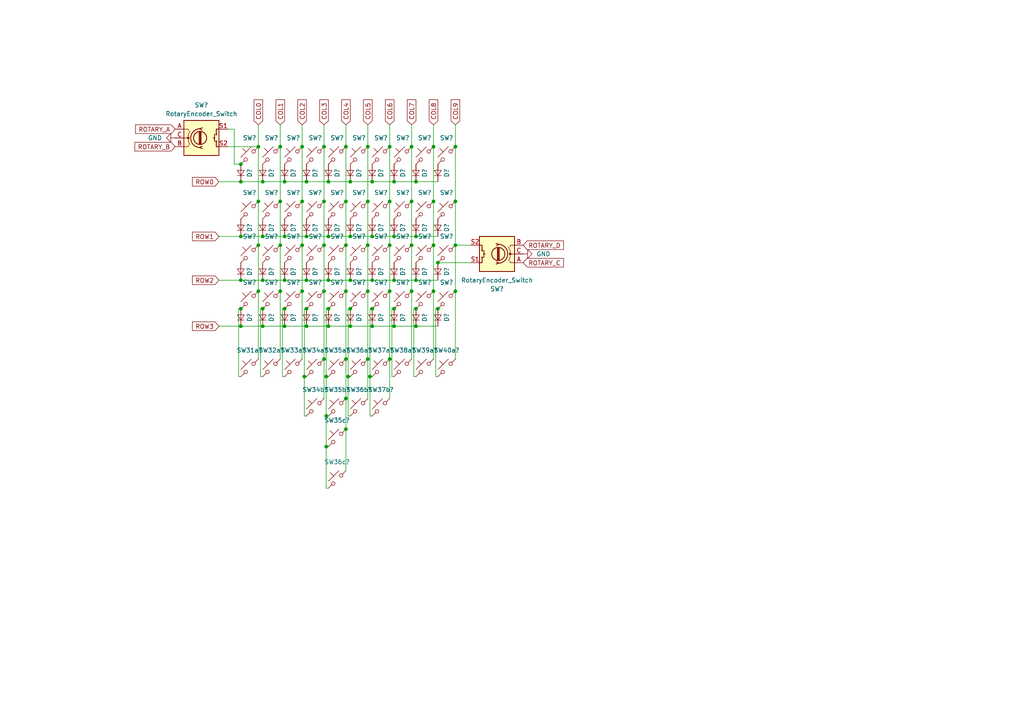
<source format=kicad_sch>
(kicad_sch (version 20230121) (generator eeschema)
  (paper "A4")
  (lib_symbols
    (symbol "ComboDiode:D_Small" (pin_numbers hide) (pin_names (offset 0.254) hide)
      (property "Reference" "D" (at -1.27 2.032 0))
      (property "Value" "D_Small" (at -3.81 -2.032 0))
      (symbol "D_Small_0_1"
        (polyline (pts (xy -0.762 -1.016) (xy -0.762 1.016)))
        (polyline (pts (xy -0.762 0) (xy 0.762 0)))
        (polyline (pts (xy 0.762 -1.016) (xy -0.762 0) (xy 0.762 1.016) (xy 0.762 -1.016)))
      )
      (symbol "D_Small_1_1"
        (pin passive line (at -2.54 0 0) (length 1.778) (name "K") (number "1"))
        (pin passive line (at 2.54 0 180) (length 1.778) (name "A") (number "2"))
      )
    )
    (symbol "Device:RotaryEncoder_Switch" (pin_names (offset 0.254) hide)
      (property "Reference" "SW" (at 0 6.604 0))
      (property "Value" "RotaryEncoder_Switch" (at 0 -6.604 0))
      (symbol "RotaryEncoder_Switch_0_1"
        (rectangle (start -5.08 5.08) (end 5.08 -5.08) (stroke (width 0.254)) (fill (type background)))
        (circle (center -3.81 0) (radius 0.254) (fill (type outline)))
        (circle (center -0.381 0) (radius 1.905) (stroke (width 0.254)))
        (arc (start -0.381 2.667) (mid -3.0988 -0.0635) (end -0.381 -2.794) (stroke (width 0.254)))
        (polyline (pts (xy -0.635 -1.778) (xy -0.635 1.778)) (stroke (width 0.254)))
        (polyline (pts (xy -0.381 -1.778) (xy -0.381 1.778)) (stroke (width 0.254)))
        (polyline (pts (xy -0.127 1.778) (xy -0.127 -1.778)) (stroke (width 0.254)))
        (polyline (pts (xy 3.81 0) (xy 3.429 0)) (stroke (width 0.254)))
        (polyline (pts (xy 3.81 1.016) (xy 3.81 -1.016)) (stroke (width 0.254)))
        (polyline (pts (xy -5.08 -2.54) (xy -3.81 -2.54) (xy -3.81 -2.032)))
        (polyline (pts (xy -5.08 2.54) (xy -3.81 2.54) (xy -3.81 2.032)))
        (polyline (pts (xy 0.254 -3.048) (xy -0.508 -2.794) (xy 0.127 -2.413)) (stroke (width 0.254)))
        (polyline (pts (xy 0.254 2.921) (xy -0.508 2.667) (xy 0.127 2.286)) (stroke (width 0.254)))
        (polyline (pts (xy 5.08 -2.54) (xy 4.318 -2.54) (xy 4.318 -1.016)) (stroke (width 0.254)))
        (polyline (pts (xy 5.08 2.54) (xy 4.318 2.54) (xy 4.318 1.016)) (stroke (width 0.254)))
        (polyline (pts (xy -5.08 0) (xy -3.81 0) (xy -3.81 -1.016) (xy -3.302 -2.032)))
        (polyline (pts (xy -4.318 0) (xy -3.81 0) (xy -3.81 1.016) (xy -3.302 2.032)))
        (circle (center 4.318 -1.016) (radius 0.127) (stroke (width 0.254)))
        (circle (center 4.318 1.016) (radius 0.127) (stroke (width 0.254)))
      )
      (symbol "RotaryEncoder_Switch_1_1"
        (pin passive line (at -7.62 2.54 0) (length 2.54) (name "A") (number "A"))
        (pin passive line (at -7.62 -2.54 0) (length 2.54) (name "B") (number "B"))
        (pin passive line (at -7.62 0 0) (length 2.54) (name "C") (number "C"))
        (pin passive line (at 7.62 2.54 180) (length 2.54) (name "S1") (number "S1"))
        (pin passive line (at 7.62 -2.54 180) (length 2.54) (name "S2") (number "S2"))
      )
    )
    (symbol "Switch:SW_Push_45deg" (pin_numbers hide) (pin_names (offset 1.016) hide)
      (property "Reference" "SW" (at 3.048 1.016 0))
      (property "Value" "SW_Push_45deg" (at 0 -3.81 0))
      (symbol "SW_Push_45deg_0_1"
        (circle (center -1.1684 1.1684) (radius 0.508))
        (polyline (pts (xy -0.508 2.54) (xy 2.54 -0.508)))
        (polyline (pts (xy 1.016 1.016) (xy 2.032 2.032)))
        (polyline (pts (xy -2.54 2.54) (xy -1.524 1.524) (xy -1.524 1.524)))
        (polyline (pts (xy 1.524 -1.524) (xy 2.54 -2.54) (xy 2.54 -2.54) (xy 2.54 -2.54)))
        (circle (center 1.143 -1.1938) (radius 0.508))
        (pin passive line (at -2.54 2.54 0) (length 0) (name "1") (number "1"))
        (pin passive line (at 2.54 -2.54 180) (length 0) (name "2") (number "2"))
      )
    )
    (symbol "power:GND" (power) (pin_names (offset 0))
      (property "Value" "GND" (at 0 -3.81 0))
      (symbol "GND_0_1"
        (polyline (pts (xy 0 0) (xy 0 -1.27) (xy 1.27 -1.27) (xy 0 -2.54) (xy -1.27 -1.27) (xy 0 -1.27)))
      )
      (symbol "GND_1_1"
        (pin power_in line (at 0 0 270) (length 0) hide (name "GND") (number "1"))
      )
    )
  )
  (junction (at 95.25 89.535))
  (junction (at 82.55 89.535))
  (junction (at 93.98 84.455))
  (junction (at 127 76.2))
  (junction (at 76.2 81.28))
  (junction (at 95.25 68.58))
  (junction (at 88.9 94.615))
  (junction (at 127 89.535))
  (junction (at 87.63 71.12))
  (junction (at 101.6 89.535))
  (junction (at 119.38 42.545))
  (junction (at 106.68 104.14))
  (junction (at 120.65 68.58))
  (junction (at 87.63 84.455))
  (junction (at 76.2 68.58))
  (junction (at 100.965 109.22))
  (junction (at 119.38 58.42))
  (junction (at 114.3 89.535))
  (junction (at 114.3 68.58))
  (junction (at 88.265 109.22))
  (junction (at 132.08 84.455))
  (junction (at 132.08 58.42))
  (junction (at 74.93 71.12))
  (junction (at 101.6 94.615))
  (junction (at 114.3 94.615))
  (junction (at 93.98 71.12))
  (junction (at 76.2 94.615))
  (junction (at 81.28 58.42))
  (junction (at 106.68 71.12))
  (junction (at 100.33 42.545))
  (junction (at 120.65 94.615))
  (junction (at 74.93 84.455))
  (junction (at 81.28 42.545))
  (junction (at 114.3 81.28))
  (junction (at 100.33 104.14))
  (junction (at 95.25 81.28))
  (junction (at 82.55 94.615))
  (junction (at 113.03 58.42))
  (junction (at 114.3 52.705))
  (junction (at 107.95 89.535))
  (junction (at 125.73 58.42))
  (junction (at 94.615 129.54))
  (junction (at 107.95 94.615))
  (junction (at 69.85 47.625))
  (junction (at 88.9 89.535))
  (junction (at 69.85 81.28))
  (junction (at 100.33 84.455))
  (junction (at 94.615 120.65))
  (junction (at 101.6 68.58))
  (junction (at 93.98 58.42))
  (junction (at 132.08 42.545))
  (junction (at 106.68 58.42))
  (junction (at 94.615 109.22))
  (junction (at 95.25 94.615))
  (junction (at 106.68 42.545))
  (junction (at 76.2 89.535))
  (junction (at 119.38 71.12))
  (junction (at 113.03 42.545))
  (junction (at 113.03 104.14))
  (junction (at 88.9 68.58))
  (junction (at 93.98 104.14))
  (junction (at 125.73 84.455))
  (junction (at 88.9 81.28))
  (junction (at 120.65 52.705))
  (junction (at 69.85 94.615))
  (junction (at 113.03 71.12))
  (junction (at 132.08 71.12))
  (junction (at 76.2 52.705))
  (junction (at 82.55 68.58))
  (junction (at 100.33 58.42))
  (junction (at 88.9 52.705))
  (junction (at 82.55 81.28))
  (junction (at 101.6 81.28))
  (junction (at 106.68 84.455))
  (junction (at 69.85 68.58))
  (junction (at 107.315 109.22))
  (junction (at 100.33 71.12))
  (junction (at 87.63 42.545))
  (junction (at 87.63 58.42))
  (junction (at 81.28 71.12))
  (junction (at 82.55 52.705))
  (junction (at 93.98 42.545))
  (junction (at 95.25 52.705))
  (junction (at 107.95 68.58))
  (junction (at 74.93 42.545))
  (junction (at 107.95 52.705))
  (junction (at 100.33 115.57))
  (junction (at 101.6 52.705))
  (junction (at 69.85 52.705))
  (junction (at 125.73 42.545))
  (junction (at 119.38 84.455))
  (junction (at 125.73 71.12))
  (junction (at 120.65 81.28))
  (junction (at 69.85 89.535))
  (junction (at 113.03 84.455))
  (junction (at 100.33 124.46))
  (junction (at 74.93 58.42))
  (junction (at 107.95 81.28))
  (junction (at 120.65 89.535))
  (junction (at 81.28 84.455))
  (wire (pts (xy 113.03 58.42) (xy 113.03 42.545)))
  (wire (pts (xy 69.215 89.535) (xy 69.215 109.22)))
  (wire (pts (xy 126.365 89.535) (xy 126.365 109.22)))
  (wire (pts (xy 132.08 36.195) (xy 132.08 42.545)))
  (wire (pts (xy 74.93 84.455) (xy 74.93 104.14)))
  (wire (pts (xy 119.38 84.455) (xy 119.38 104.14)))
  (wire (pts (xy 66.04 42.545) (xy 74.93 42.545)))
  (wire (pts (xy 67.945 47.625) (xy 69.85 47.625)))
  (wire (pts (xy 101.6 81.28) (xy 95.25 81.28)))
  (wire (pts (xy 82.55 52.705) (xy 88.9 52.705)))
  (wire (pts (xy 114.3 81.28) (xy 107.95 81.28)))
  (wire (pts (xy 93.98 71.12) (xy 93.98 84.455)))
  (wire (pts (xy 94.615 120.65) (xy 94.615 129.54)))
  (wire (pts (xy 69.85 94.615) (xy 76.2 94.615)))
  (wire (pts (xy 106.68 84.455) (xy 106.68 104.14)))
  (wire (pts (xy 127 68.58) (xy 120.65 68.58)))
  (wire (pts (xy 87.63 71.12) (xy 87.63 84.455)))
  (wire (pts (xy 106.68 42.545) (xy 106.68 58.42)))
  (wire (pts (xy 94.615 129.54) (xy 94.615 141.605)))
  (wire (pts (xy 95.25 52.705) (xy 101.6 52.705)))
  (wire (pts (xy 107.95 81.28) (xy 101.6 81.28)))
  (wire (pts (xy 120.65 81.28) (xy 114.3 81.28)))
  (wire (pts (xy 93.98 58.42) (xy 93.98 71.12)))
  (wire (pts (xy 94.615 129.54) (xy 95.25 129.54)))
  (wire (pts (xy 63.5 94.615) (xy 69.85 94.615)))
  (wire (pts (xy 127 76.2) (xy 136.525 76.2)))
  (wire (pts (xy 81.28 71.12) (xy 81.28 84.455)))
  (wire (pts (xy 107.95 94.615) (xy 114.3 94.615)))
  (wire (pts (xy 125.73 58.42) (xy 125.73 71.12)))
  (wire (pts (xy 81.28 36.195) (xy 81.28 42.545)))
  (wire (pts (xy 76.2 94.615) (xy 82.55 94.615)))
  (wire (pts (xy 120.015 109.22) (xy 120.65 109.22)))
  (wire (pts (xy 81.28 58.42) (xy 81.28 71.12)))
  (wire (pts (xy 94.615 120.65) (xy 95.25 120.65)))
  (wire (pts (xy 82.55 89.535) (xy 81.915 89.535)))
  (wire (pts (xy 132.08 58.42) (xy 132.08 71.12)))
  (wire (pts (xy 93.98 42.545) (xy 93.98 58.42)))
  (wire (pts (xy 120.65 94.615) (xy 127 94.615)))
  (wire (pts (xy 106.68 58.42) (xy 106.68 71.12)))
  (wire (pts (xy 88.265 120.65) (xy 88.9 120.65)))
  (wire (pts (xy 81.28 42.545) (xy 81.28 58.42)))
  (wire (pts (xy 101.6 89.535) (xy 100.965 89.535)))
  (wire (pts (xy 94.615 89.535) (xy 94.615 109.22)))
  (wire (pts (xy 127 81.28) (xy 120.65 81.28)))
  (wire (pts (xy 113.03 71.12) (xy 113.03 58.42)))
  (wire (pts (xy 126.365 109.22) (xy 127 109.22)))
  (wire (pts (xy 82.55 81.28) (xy 76.2 81.28)))
  (wire (pts (xy 100.33 71.12) (xy 100.33 84.455)))
  (wire (pts (xy 113.665 89.535) (xy 113.665 109.22)))
  (wire (pts (xy 88.9 94.615) (xy 95.25 94.615)))
  (wire (pts (xy 88.265 109.22) (xy 88.265 120.65)))
  (wire (pts (xy 125.73 42.545) (xy 125.73 58.42)))
  (wire (pts (xy 82.55 68.58) (xy 76.2 68.58)))
  (wire (pts (xy 74.93 71.12) (xy 74.93 58.42)))
  (wire (pts (xy 132.08 42.545) (xy 132.08 58.42)))
  (wire (pts (xy 113.03 71.12) (xy 113.03 84.455)))
  (wire (pts (xy 95.25 68.58) (xy 88.9 68.58)))
  (wire (pts (xy 95.25 94.615) (xy 101.6 94.615)))
  (wire (pts (xy 69.85 89.535) (xy 69.215 89.535)))
  (wire (pts (xy 113.665 109.22) (xy 114.3 109.22)))
  (wire (pts (xy 81.915 89.535) (xy 81.915 109.22)))
  (wire (pts (xy 119.38 71.12) (xy 119.38 84.455)))
  (wire (pts (xy 132.08 84.455) (xy 132.08 104.14)))
  (wire (pts (xy 119.38 36.195) (xy 119.38 42.545)))
  (wire (pts (xy 74.93 36.195) (xy 74.93 42.545)))
  (wire (pts (xy 100.33 124.46) (xy 100.33 136.525)))
  (wire (pts (xy 100.33 58.42) (xy 100.33 71.12)))
  (wire (pts (xy 114.3 52.705) (xy 120.65 52.705)))
  (wire (pts (xy 82.55 94.615) (xy 88.9 94.615)))
  (wire (pts (xy 100.965 109.22) (xy 100.965 120.65)))
  (wire (pts (xy 136.525 71.12) (xy 132.08 71.12)))
  (wire (pts (xy 100.33 84.455) (xy 100.33 104.14)))
  (wire (pts (xy 81.915 109.22) (xy 82.55 109.22)))
  (wire (pts (xy 101.6 52.705) (xy 107.95 52.705)))
  (wire (pts (xy 81.28 84.455) (xy 81.28 104.14)))
  (wire (pts (xy 120.65 68.58) (xy 114.3 68.58)))
  (wire (pts (xy 119.38 42.545) (xy 119.38 58.42)))
  (wire (pts (xy 63.5 52.705) (xy 69.85 52.705)))
  (wire (pts (xy 114.3 94.615) (xy 120.65 94.615)))
  (wire (pts (xy 88.9 52.705) (xy 95.25 52.705)))
  (wire (pts (xy 87.63 71.12) (xy 87.63 58.42)))
  (wire (pts (xy 100.965 120.65) (xy 101.6 120.65)))
  (wire (pts (xy 69.85 81.28) (xy 63.5 81.28)))
  (wire (pts (xy 69.85 52.705) (xy 76.2 52.705)))
  (wire (pts (xy 94.615 141.605) (xy 95.25 141.605)))
  (wire (pts (xy 74.93 42.545) (xy 74.93 58.42)))
  (wire (pts (xy 74.93 71.12) (xy 74.93 84.455)))
  (wire (pts (xy 113.03 104.14) (xy 113.03 115.57)))
  (wire (pts (xy 100.33 115.57) (xy 100.33 124.46)))
  (wire (pts (xy 93.98 36.195) (xy 93.98 42.545)))
  (wire (pts (xy 100.33 104.14) (xy 100.33 115.57)))
  (wire (pts (xy 100.33 36.195) (xy 100.33 42.545)))
  (wire (pts (xy 75.565 89.535) (xy 75.565 109.22)))
  (wire (pts (xy 87.63 58.42) (xy 87.63 42.545)))
  (wire (pts (xy 107.95 52.705) (xy 114.3 52.705)))
  (wire (pts (xy 88.265 89.535) (xy 88.265 109.22)))
  (wire (pts (xy 114.3 68.58) (xy 107.95 68.58)))
  (wire (pts (xy 93.98 84.455) (xy 93.98 104.14)))
  (wire (pts (xy 87.63 36.195) (xy 87.63 42.545)))
  (wire (pts (xy 93.98 104.14) (xy 93.98 115.57)))
  (wire (pts (xy 87.63 84.455) (xy 87.63 104.14)))
  (wire (pts (xy 100.33 42.545) (xy 100.33 58.42)))
  (wire (pts (xy 107.95 89.535) (xy 107.315 89.535)))
  (wire (pts (xy 88.9 89.535) (xy 88.265 89.535)))
  (wire (pts (xy 114.3 89.535) (xy 113.665 89.535)))
  (wire (pts (xy 125.73 36.195) (xy 125.73 42.545)))
  (wire (pts (xy 100.965 109.22) (xy 101.6 109.22)))
  (wire (pts (xy 69.215 109.22) (xy 69.85 109.22)))
  (wire (pts (xy 88.9 68.58) (xy 82.55 68.58)))
  (wire (pts (xy 127 89.535) (xy 126.365 89.535)))
  (wire (pts (xy 75.565 109.22) (xy 76.2 109.22)))
  (wire (pts (xy 95.25 89.535) (xy 94.615 89.535)))
  (wire (pts (xy 94.615 109.22) (xy 94.615 120.65)))
  (wire (pts (xy 76.2 68.58) (xy 69.85 68.58)))
  (wire (pts (xy 106.68 71.12) (xy 106.68 84.455)))
  (wire (pts (xy 125.73 84.455) (xy 125.73 104.14)))
  (wire (pts (xy 120.015 89.535) (xy 120.015 109.22)))
  (wire (pts (xy 107.315 120.65) (xy 107.95 120.65)))
  (wire (pts (xy 88.9 81.28) (xy 82.55 81.28)))
  (wire (pts (xy 67.945 37.465) (xy 67.945 47.625)))
  (wire (pts (xy 107.315 89.535) (xy 107.315 109.22)))
  (wire (pts (xy 113.03 84.455) (xy 113.03 104.14)))
  (wire (pts (xy 76.2 89.535) (xy 75.565 89.535)))
  (wire (pts (xy 107.95 68.58) (xy 101.6 68.58)))
  (wire (pts (xy 76.2 52.705) (xy 82.55 52.705)))
  (wire (pts (xy 88.265 109.22) (xy 88.9 109.22)))
  (wire (pts (xy 95.25 81.28) (xy 88.9 81.28)))
  (wire (pts (xy 125.73 71.12) (xy 125.73 84.455)))
  (wire (pts (xy 100.965 89.535) (xy 100.965 109.22)))
  (wire (pts (xy 107.315 109.22) (xy 107.315 120.65)))
  (wire (pts (xy 66.04 37.465) (xy 67.945 37.465)))
  (wire (pts (xy 101.6 68.58) (xy 95.25 68.58)))
  (wire (pts (xy 69.85 68.58) (xy 63.5 68.58)))
  (wire (pts (xy 119.38 58.42) (xy 119.38 71.12)))
  (wire (pts (xy 76.2 81.28) (xy 69.85 81.28)))
  (wire (pts (xy 132.08 71.12) (xy 132.08 84.455)))
  (wire (pts (xy 106.68 104.14) (xy 106.68 115.57)))
  (wire (pts (xy 94.615 109.22) (xy 95.25 109.22)))
  (wire (pts (xy 120.65 52.705) (xy 127 52.705)))
  (wire (pts (xy 113.03 36.195) (xy 113.03 42.545)))
  (wire (pts (xy 106.68 36.195) (xy 106.68 42.545)))
  (wire (pts (xy 101.6 94.615) (xy 107.95 94.615)))
  (wire (pts (xy 120.65 89.535) (xy 120.015 89.535)))
  (wire (pts (xy 107.315 109.22) (xy 107.95 109.22)))
  (global_label "ROTARY_D" (shape input) (at 151.765 71.12 0) (property "Intersheetrefs" "${INTERSHEET_REFS}" (effects hide)))
  (global_label "COL7" (shape input) (at 119.38 36.195 90) (property "Intersheetrefs" "${INTERSHEET_REFS}" (effects hide)))
  (global_label "ROTARY_B" (shape input) (at 50.8 42.545 180) (property "Intersheetrefs" "${INTERSHEET_REFS}" (effects hide)))
  (global_label "COL8" (shape input) (at 125.73 36.195 90) (property "Intersheetrefs" "${INTERSHEET_REFS}" (effects hide)))
  (global_label "ROW3" (shape input) (at 63.5 94.615 180) (property "Intersheetrefs" "${INTERSHEET_REFS}" (effects hide)))
  (global_label "ROW0" (shape input) (at 63.5 52.705 180) (property "Intersheetrefs" "${INTERSHEET_REFS}" (effects hide)))
  (global_label "ROTARY_C" (shape input) (at 151.765 76.2 0) (property "Intersheetrefs" "${INTERSHEET_REFS}" (effects hide)))
  (global_label "COL5" (shape input) (at 106.68 36.195 90) (property "Intersheetrefs" "${INTERSHEET_REFS}" (effects hide)))
  (global_label "COL2" (shape input) (at 87.63 36.195 90) (property "Intersheetrefs" "${INTERSHEET_REFS}" (effects hide)))
  (global_label "ROW2" (shape input) (at 63.5 81.28 180) (property "Intersheetrefs" "${INTERSHEET_REFS}" (effects hide)))
  (global_label "COL4" (shape input) (at 100.33 36.195 90) (property "Intersheetrefs" "${INTERSHEET_REFS}" (effects hide)))
  (global_label "COL6" (shape input) (at 113.03 36.195 90) (property "Intersheetrefs" "${INTERSHEET_REFS}" (effects hide)))
  (global_label "ROW1" (shape input) (at 63.5 68.58 180) (property "Intersheetrefs" "${INTERSHEET_REFS}" (effects hide)))
  (global_label "COL0" (shape input) (at 74.93 36.195 90) (property "Intersheetrefs" "${INTERSHEET_REFS}" (effects hide)))
  (global_label "COL9" (shape input) (at 132.08 36.195 90) (property "Intersheetrefs" "${INTERSHEET_REFS}" (effects hide)))
  (global_label "COL1" (shape input) (at 81.28 36.195 90) (property "Intersheetrefs" "${INTERSHEET_REFS}" (effects hide)))
  (global_label "ROTARY_A" (shape input) (at 50.8 37.465 180) (property "Intersheetrefs" "${INTERSHEET_REFS}" (effects hide)))
  (global_label "COL3" (shape input) (at 93.98 36.195 90) (property "Intersheetrefs" "${INTERSHEET_REFS}" (effects hide)))
  (symbol (lib_id "Switch:SW_Push_45deg") (at 97.79 45.085 0) (mirror y) (unit 1)
    (property "Reference" "SW?" (at 97.79 40.005 0))
    (property "Value" "SW_Push_45deg" (effects hide))
    (property "Footprint" "MX_Only:MXOnly-1U-NoLED" (effects hide))
    (instances (project "Didaktik STEM" (path "" (reference "SW?") (unit 1)) (path "" (reference "SW7") (unit 1))))
  )
  (symbol (lib_id "Switch:SW_Push_45deg") (at 123.19 106.68 0) (mirror y) (unit 1)
    (property "Reference" "SW39a?" (at 123.19 101.6 0))
    (property "Value" "SW_Push_45deg" (effects hide))
    (property "Footprint" "MX_Only:MXOnly-1U-NoLED" (effects hide))
    (instances (project "Didaktik STEM" (path "" (reference "SW39a?") (unit 1)) (path "" (reference "SW39a1") (unit 1))))
  )
  (symbol (lib_id "ComboDiode:D_Small") (at 82.55 92.075 270) (mirror x) (unit 1)
    (property "Reference" "D?" (at 85.09 92.075 0))
    (property "Value" "D_Small" (effects hide))
    (property "Footprint" "Diode_SMD:D_SOD-123F" (effects hide))
    (instances (project "Didaktik STEM" (path "" (reference "D?") (unit 1)) (path "" (reference "D33") (unit 1))))
  )
  (symbol (lib_id "ComboDiode:D_Small") (at 120.65 66.04 270) (mirror x) (unit 1)
    (property "Reference" "D?" (at 123.19 66.04 0))
    (property "Value" "D_Small" (effects hide))
    (property "Footprint" "Diode_SMD:D_SOD-123F" (effects hide))
    (instances (project "Didaktik STEM" (path "" (reference "D?") (unit 1)) (path "" (reference "D19") (unit 1))))
  )
  (symbol (lib_id "Switch:SW_Push_45deg") (at 97.79 127 0) (mirror y) (unit 1)
    (property "Reference" "SW35c?" (at 97.79 121.92 0))
    (property "Value" "SW_Push_45deg" (effects hide))
    (property "Footprint" "MX_Only:MXOnly-6U-Centered-ReversedStabilizers-NoLED" (effects hide))
    (instances (project "Didaktik STEM" (path "" (reference "SW35c?") (unit 1)) (path "" (reference "SW35c1") (unit 1))))
  )
  (symbol (lib_id "Device:RotaryEncoder_Switch") (at 144.145 73.66 180) (unit 1)
    (property "Reference" "SW?" (at 144.145 83.82 0))
    (property "Value" "RotaryEncoder_Switch" (at 144.145 81.28 0))
    (property "Footprint" "Keebio-Parts:RotaryEncoder_EC11-no-legs" (effects hide))
    (instances (project "Didaktik STEM" (path "" (reference "SW?") (unit 1)) (path "" (reference "SW33") (unit 1))))
  )
  (symbol (lib_id "ComboDiode:D_Small") (at 82.55 50.165 270) (mirror x) (unit 1)
    (property "Reference" "D?" (at 85.09 50.165 0))
    (property "Value" "D_Small" (effects hide))
    (property "Footprint" "Diode_SMD:D_SOD-123F" (effects hide))
    (instances (project "Didaktik STEM" (path "" (reference "D?") (unit 1)) (path "" (reference "D3") (unit 1))))
  )
  (symbol (lib_id "ComboDiode:D_Small") (at 82.55 78.74 270) (mirror x) (unit 1)
    (property "Reference" "D?" (at 85.09 78.74 0))
    (property "Value" "D_Small" (effects hide))
    (property "Footprint" "Diode_SMD:D_SOD-123F" (effects hide))
    (instances (project "Didaktik STEM" (path "" (reference "D?") (unit 1)) (path "" (reference "D23") (unit 1))))
  )
  (symbol (lib_id "ComboDiode:D_Small") (at 88.9 50.165 270) (mirror x) (unit 1)
    (property "Reference" "D?" (at 91.44 50.165 0))
    (property "Value" "D_Small" (effects hide))
    (property "Footprint" "Diode_SMD:D_SOD-123F" (effects hide))
    (instances (project "Didaktik STEM" (path "" (reference "D?") (unit 1)) (path "" (reference "D4") (unit 1))))
  )
  (symbol (lib_id "Switch:SW_Push_45deg") (at 129.54 60.96 0) (mirror y) (unit 1)
    (property "Reference" "SW?" (at 129.54 55.88 0))
    (property "Value" "SW_Push_45deg" (effects hide))
    (property "Footprint" "MX_Only:MXOnly-1U-NoLED" (effects hide))
    (instances (project "Didaktik STEM" (path "" (reference "SW?") (unit 1)) (path "" (reference "SW22") (unit 1))))
  )
  (symbol (lib_id "Switch:SW_Push_45deg") (at 123.19 60.96 0) (mirror y) (unit 1)
    (property "Reference" "SW?" (at 123.19 55.88 0))
    (property "Value" "SW_Push_45deg" (effects hide))
    (property "Footprint" "MX_Only:MXOnly-1U-NoLED" (effects hide))
    (instances (project "Didaktik STEM" (path "" (reference "SW?") (unit 1)) (path "" (reference "SW21") (unit 1))))
  )
  (symbol (lib_id "ComboDiode:D_Small") (at 88.9 66.04 270) (mirror x) (unit 1)
    (property "Reference" "D?" (at 91.44 66.04 0))
    (property "Value" "D_Small" (effects hide))
    (property "Footprint" "Diode_SMD:D_SOD-123F" (effects hide))
    (instances (project "Didaktik STEM" (path "" (reference "D?") (unit 1)) (path "" (reference "D14") (unit 1))))
  )
  (symbol (lib_id "Switch:SW_Push_45deg") (at 116.84 86.995 0) (mirror y) (unit 1)
    (property "Reference" "SW?" (at 116.84 81.915 0))
    (property "Value" "SW_Push_45deg" (effects hide))
    (property "Footprint" "MX_Only:MXOnly-1U-NoLED" (effects hide))
    (instances (project "Didaktik STEM" (path "" (reference "SW?") (unit 1)) (path "" (reference "SW41") (unit 1))))
  )
  (symbol (lib_id "ComboDiode:D_Small") (at 76.2 78.74 270) (mirror x) (unit 1)
    (property "Reference" "D?" (at 78.74 78.74 0))
    (property "Value" "D_Small" (effects hide))
    (property "Footprint" "Diode_SMD:D_SOD-123F" (effects hide))
    (instances (project "Didaktik STEM" (path "" (reference "D?") (unit 1)) (path "" (reference "D22") (unit 1))))
  )
  (symbol (lib_id "Switch:SW_Push_45deg") (at 123.19 73.66 0) (mirror y) (unit 1)
    (property "Reference" "SW?" (at 123.19 68.58 0))
    (property "Value" "SW_Push_45deg" (effects hide))
    (property "Footprint" "MX_Only:MXOnly-1U-NoLED" (effects hide))
    (instances (project "Didaktik STEM" (path "" (reference "SW?") (unit 1)) (path "" (reference "SW31") (unit 1))))
  )
  (symbol (lib_id "Switch:SW_Push_45deg") (at 78.74 86.995 0) (mirror y) (unit 1)
    (property "Reference" "SW?" (at 78.74 81.915 0))
    (property "Value" "SW_Push_45deg" (effects hide))
    (property "Footprint" "MX_Only:MXOnly-1U-NoLED" (effects hide))
    (instances (project "Didaktik STEM" (path "" (reference "SW?") (unit 1)) (path "" (reference "SW35") (unit 1))))
  )
  (symbol (lib_id "ComboDiode:D_Small") (at 69.85 92.075 270) (mirror x) (unit 1)
    (property "Reference" "D?" (at 72.39 92.075 0))
    (property "Value" "D_Small" (effects hide))
    (property "Footprint" "Diode_SMD:D_SOD-123F" (effects hide))
    (instances (project "Didaktik STEM" (path "" (reference "D?") (unit 1)) (path "" (reference "D31") (unit 1))))
  )
  (symbol (lib_id "ComboDiode:D_Small") (at 127 66.04 270) (mirror x) (unit 1)
    (property "Reference" "D?" (at 129.54 66.04 0))
    (property "Value" "D_Small" (effects hide))
    (property "Footprint" "Diode_SMD:D_SOD-123F" (effects hide))
    (instances (project "Didaktik STEM" (path "" (reference "D?") (unit 1)) (path "" (reference "D20") (unit 1))))
  )
  (symbol (lib_id "ComboDiode:D_Small") (at 114.3 92.075 270) (mirror x) (unit 1)
    (property "Reference" "D?" (at 116.84 92.075 0))
    (property "Value" "D_Small" (effects hide))
    (property "Footprint" "Diode_SMD:D_SOD-123F" (effects hide))
    (instances (project "Didaktik STEM" (path "" (reference "D?") (unit 1)) (path "" (reference "D38") (unit 1))))
  )
  (symbol (lib_id "ComboDiode:D_Small") (at 127 50.165 270) (mirror x) (unit 1)
    (property "Reference" "D?" (at 129.54 50.165 0))
    (property "Value" "D_Small" (effects hide))
    (property "Footprint" "Diode_SMD:D_SOD-123F" (effects hide))
    (instances (project "Didaktik STEM" (path "" (reference "D?") (unit 1)) (path "" (reference "D10") (unit 1))))
  )
  (symbol (lib_id "Switch:SW_Push_45deg") (at 91.44 73.66 0) (mirror y) (unit 1)
    (property "Reference" "SW?" (at 91.44 68.58 0))
    (property "Value" "SW_Push_45deg" (effects hide))
    (property "Footprint" "MX_Only:MXOnly-1U-NoLED" (effects hide))
    (instances (project "Didaktik STEM" (path "" (reference "SW?") (unit 1)) (path "" (reference "SW26") (unit 1))))
  )
  (symbol (lib_id "power:GND") (at 50.8 40.005 270) (unit 1)
    (property "Reference" "#PWR?" (effects hide))
    (property "Value" "GND" (at 46.99 40.0049 90) (effects (justify right)))
    (instances (project "Didaktik STEM" (path "" (reference "#PWR?") (unit 1)) (path "" (reference "#PWR017") (unit 1))))
  )
  (symbol (lib_id "Switch:SW_Push_45deg") (at 129.54 45.085 0) (mirror y) (unit 1)
    (property "Reference" "SW?" (at 129.54 40.005 0))
    (property "Value" "SW_Push_45deg" (effects hide))
    (property "Footprint" "MX_Only:MXOnly-1U-NoLED" (effects hide))
    (instances (project "Didaktik STEM" (path "" (reference "SW?") (unit 1)) (path "" (reference "SW12") (unit 1))))
  )
  (symbol (lib_id "Switch:SW_Push_45deg") (at 97.79 139.065 0) (mirror y) (unit 1)
    (property "Reference" "SW36c?" (at 97.79 133.985 0))
    (property "Value" "SW_Push_45deg" (effects hide))
    (property "Footprint" "MX_Only:MXOnly-7U-ReversedStabilizers-NoLED" (effects hide))
    (instances (project "Didaktik STEM" (path "" (reference "SW36c?") (unit 1)) (path "" (reference "SW36c1") (unit 1))))
  )
  (symbol (lib_id "ComboDiode:D_Small") (at 101.6 66.04 270) (mirror x) (unit 1)
    (property "Reference" "D?" (at 104.14 66.04 0))
    (property "Value" "D_Small" (effects hide))
    (property "Footprint" "Diode_SMD:D_SOD-123F" (effects hide))
    (instances (project "Didaktik STEM" (path "" (reference "D?") (unit 1)) (path "" (reference "D16") (unit 1))))
  )
  (symbol (lib_id "Switch:SW_Push_45deg") (at 104.14 118.11 0) (mirror y) (unit 1)
    (property "Reference" "SW36b?" (at 104.14 113.03 0))
    (property "Value" "SW_Push_45deg" (effects hide))
    (property "Footprint" "MX_Only:MXOnly-2U-ReversedStabilizers-NoLED" (effects hide))
    (instances (project "Didaktik STEM" (path "" (reference "SW36b?") (unit 1)) (path "" (reference "SW36b1") (unit 1))))
  )
  (symbol (lib_id "Switch:SW_Push_45deg") (at 116.84 45.085 0) (mirror y) (unit 1)
    (property "Reference" "SW?" (at 116.84 40.005 0))
    (property "Value" "SW_Push_45deg" (effects hide))
    (property "Footprint" "MX_Only:MXOnly-1U-NoLED" (effects hide))
    (instances (project "Didaktik STEM" (path "" (reference "SW?") (unit 1)) (path "" (reference "SW10") (unit 1))))
  )
  (symbol (lib_id "ComboDiode:D_Small") (at 88.9 92.075 270) (mirror x) (unit 1)
    (property "Reference" "D?" (at 91.44 92.075 0))
    (property "Value" "D_Small" (effects hide))
    (property "Footprint" "Diode_SMD:D_SOD-123F" (effects hide))
    (instances (project "Didaktik STEM" (path "" (reference "D?") (unit 1)) (path "" (reference "D34") (unit 1))))
  )
  (symbol (lib_id "Switch:SW_Push_45deg") (at 116.84 106.68 0) (mirror y) (unit 1)
    (property "Reference" "SW38a?" (at 116.84 101.6 0))
    (property "Value" "SW_Push_45deg" (effects hide))
    (property "Footprint" "MX_Only:MXOnly-1U-NoLED" (effects hide))
    (instances (project "Didaktik STEM" (path "" (reference "SW38a?") (unit 1)) (path "" (reference "SW38a1") (unit 1))))
  )
  (symbol (lib_id "Switch:SW_Push_45deg") (at 129.54 106.68 0) (mirror y) (unit 1)
    (property "Reference" "SW40a?" (at 129.54 101.6 0))
    (property "Value" "SW_Push_45deg" (effects hide))
    (property "Footprint" "MX_Only:MXOnly-1U-NoLED" (effects hide))
    (instances (project "Didaktik STEM" (path "" (reference "SW40a?") (unit 1)) (path "" (reference "SW40a1") (unit 1))))
  )
  (symbol (lib_id "Switch:SW_Push_45deg") (at 72.39 106.68 0) (mirror y) (unit 1)
    (property "Reference" "SW31a?" (at 72.39 101.6 0))
    (property "Value" "SW_Push_45deg" (effects hide))
    (property "Footprint" "MX_Only:MXOnly-1U-NoLED" (effects hide))
    (instances (project "Didaktik STEM" (path "" (reference "SW31a?") (unit 1)) (path "" (reference "SW31a1") (unit 1))))
  )
  (symbol (lib_id "Switch:SW_Push_45deg") (at 97.79 60.96 0) (mirror y) (unit 1)
    (property "Reference" "SW?" (at 97.79 55.88 0))
    (property "Value" "SW_Push_45deg" (effects hide))
    (property "Footprint" "MX_Only:MXOnly-1U-NoLED" (effects hide))
    (instances (project "Didaktik STEM" (path "" (reference "SW?") (unit 1)) (path "" (reference "SW17") (unit 1))))
  )
  (symbol (lib_id "Switch:SW_Push_45deg") (at 91.44 118.11 0) (mirror y) (unit 1)
    (property "Reference" "SW34b?" (at 91.44 113.03 0))
    (property "Value" "SW_Push_45deg" (effects hide))
    (property "Footprint" "MX_Only:MXOnly-3U-ReversedStabilizers-NoLED" (effects hide))
    (instances (project "Didaktik STEM" (path "" (reference "SW34b?") (unit 1)) (path "" (reference "SW34b1") (unit 1))))
  )
  (symbol (lib_id "Switch:SW_Push_45deg") (at 97.79 73.66 0) (mirror y) (unit 1)
    (property "Reference" "SW?" (at 97.79 68.58 0))
    (property "Value" "SW_Push_45deg" (effects hide))
    (property "Footprint" "MX_Only:MXOnly-1U-NoLED" (effects hide))
    (instances (project "Didaktik STEM" (path "" (reference "SW?") (unit 1)) (path "" (reference "SW27") (unit 1))))
  )
  (symbol (lib_id "ComboDiode:D_Small") (at 95.25 78.74 270) (mirror x) (unit 1)
    (property "Reference" "D?" (at 97.79 78.74 0))
    (property "Value" "D_Small" (effects hide))
    (property "Footprint" "Diode_SMD:D_SOD-123F" (effects hide))
    (instances (project "Didaktik STEM" (path "" (reference "D?") (unit 1)) (path "" (reference "D25") (unit 1))))
  )
  (symbol (lib_id "ComboDiode:D_Small") (at 120.65 92.075 270) (mirror x) (unit 1)
    (property "Reference" "D?" (at 123.19 92.075 0))
    (property "Value" "D_Small" (effects hide))
    (property "Footprint" "Diode_SMD:D_SOD-123F" (effects hide))
    (instances (project "Didaktik STEM" (path "" (reference "D?") (unit 1)) (path "" (reference "D39") (unit 1))))
  )
  (symbol (lib_id "Switch:SW_Push_45deg") (at 72.39 60.96 0) (mirror y) (unit 1)
    (property "Reference" "SW?" (at 72.39 55.88 0))
    (property "Value" "SW_Push_45deg" (effects hide))
    (property "Footprint" "MX_Only:MXOnly-1U-NoLED" (effects hide))
    (instances (project "Didaktik STEM" (path "" (reference "SW?") (unit 1)) (path "" (reference "SW13") (unit 1))))
  )
  (symbol (lib_id "Switch:SW_Push_45deg") (at 85.09 86.995 0) (mirror y) (unit 1)
    (property "Reference" "SW?" (at 85.09 81.915 0))
    (property "Value" "SW_Push_45deg" (effects hide))
    (property "Footprint" "MX_Only:MXOnly-1U-NoLED" (effects hide))
    (instances (project "Didaktik STEM" (path "" (reference "SW?") (unit 1)) (path "" (reference "SW36") (unit 1))))
  )
  (symbol (lib_id "ComboDiode:D_Small") (at 107.95 50.165 270) (mirror x) (unit 1)
    (property "Reference" "D?" (at 110.49 50.165 0))
    (property "Value" "D_Small" (effects hide))
    (property "Footprint" "Diode_SMD:D_SOD-123F" (effects hide))
    (instances (project "Didaktik STEM" (path "" (reference "D?") (unit 1)) (path "" (reference "D7") (unit 1))))
  )
  (symbol (lib_id "ComboDiode:D_Small") (at 88.9 78.74 270) (mirror x) (unit 1)
    (property "Reference" "D?" (at 91.44 78.74 0))
    (property "Value" "D_Small" (effects hide))
    (property "Footprint" "Diode_SMD:D_SOD-123F" (effects hide))
    (instances (project "Didaktik STEM" (path "" (reference "D?") (unit 1)) (path "" (reference "D24") (unit 1))))
  )
  (symbol (lib_id "Switch:SW_Push_45deg") (at 91.44 60.96 0) (mirror y) (unit 1)
    (property "Reference" "SW?" (at 91.44 55.88 0))
    (property "Value" "SW_Push_45deg" (effects hide))
    (property "Footprint" "MX_Only:MXOnly-1U-NoLED" (effects hide))
    (instances (project "Didaktik STEM" (path "" (reference "SW?") (unit 1)) (path "" (reference "SW16") (unit 1))))
  )
  (symbol (lib_id "Switch:SW_Push_45deg") (at 85.09 60.96 0) (mirror y) (unit 1)
    (property "Reference" "SW?" (at 85.09 55.88 0))
    (property "Value" "SW_Push_45deg" (effects hide))
    (property "Footprint" "MX_Only:MXOnly-1U-NoLED" (effects hide))
    (instances (project "Didaktik STEM" (path "" (reference "SW?") (unit 1)) (path "" (reference "SW15") (unit 1))))
  )
  (symbol (lib_id "Switch:SW_Push_45deg") (at 110.49 73.66 0) (mirror y) (unit 1)
    (property "Reference" "SW?" (at 110.49 68.58 0))
    (property "Value" "SW_Push_45deg" (effects hide))
    (property "Footprint" "MX_Only:MXOnly-1U-NoLED" (effects hide))
    (instances (project "Didaktik STEM" (path "" (reference "SW?") (unit 1)) (path "" (reference "SW29") (unit 1))))
  )
  (symbol (lib_id "Device:RotaryEncoder_Switch") (at 58.42 40.005 0) (unit 1)
    (property "Reference" "SW?" (at 58.42 30.48 0))
    (property "Value" "RotaryEncoder_Switch" (at 58.42 33.02 0))
    (property "Footprint" "Keebio-Parts:RotaryEncoder_EC11-no-legs" (effects hide))
    (instances (project "Didaktik STEM" (path "" (reference "SW?") (unit 1)) (path "" (reference "SW2") (unit 1))))
  )
  (symbol (lib_id "Switch:SW_Push_45deg") (at 85.09 106.68 0) (mirror y) (unit 1)
    (property "Reference" "SW33a?" (at 85.09 101.6 0))
    (property "Value" "SW_Push_45deg" (effects hide))
    (property "Footprint" "MX_Only:MXOnly-1U-NoLED" (effects hide))
    (instances (project "Didaktik STEM" (path "" (reference "SW33a?") (unit 1)) (path "" (reference "SW33a1") (unit 1))))
  )
  (symbol (lib_id "Switch:SW_Push_45deg") (at 72.39 45.085 0) (mirror y) (unit 1)
    (property "Reference" "SW?" (at 72.39 40.005 0))
    (property "Value" "SW_Push_45deg" (effects hide))
    (property "Footprint" "MX_Only:MXOnly-1U-NoLED" (effects hide))
    (instances (project "Didaktik STEM" (path "" (reference "SW?") (unit 1)) (path "" (reference "SW3") (unit 1))))
  )
  (symbol (lib_id "Switch:SW_Push_45deg") (at 104.14 73.66 0) (mirror y) (unit 1)
    (property "Reference" "SW?" (at 104.14 68.58 0))
    (property "Value" "SW_Push_45deg" (effects hide))
    (property "Footprint" "MX_Only:MXOnly-1U-NoLED" (effects hide))
    (instances (project "Didaktik STEM" (path "" (reference "SW?") (unit 1)) (path "" (reference "SW28") (unit 1))))
  )
  (symbol (lib_id "Switch:SW_Push_45deg") (at 72.39 86.995 0) (mirror y) (unit 1)
    (property "Reference" "SW?" (at 72.39 81.915 0))
    (property "Value" "SW_Push_45deg" (effects hide))
    (property "Footprint" "MX_Only:MXOnly-1.5U-NoLED" (effects hide))
    (instances (project "Didaktik STEM" (path "" (reference "SW?") (unit 1)) (path "" (reference "SW34") (unit 1))))
  )
  (symbol (lib_id "ComboDiode:D_Small") (at 95.25 50.165 270) (mirror x) (unit 1)
    (property "Reference" "D?" (at 97.79 50.165 0))
    (property "Value" "D_Small" (effects hide))
    (property "Footprint" "Diode_SMD:D_SOD-123F" (effects hide))
    (instances (project "Didaktik STEM" (path "" (reference "D?") (unit 1)) (path "" (reference "D5") (unit 1))))
  )
  (symbol (lib_id "Switch:SW_Push_45deg") (at 85.09 73.66 0) (mirror y) (unit 1)
    (property "Reference" "SW?" (at 85.09 68.58 0))
    (property "Value" "SW_Push_45deg" (effects hide))
    (property "Footprint" "MX_Only:MXOnly-1U-NoLED" (effects hide))
    (instances (project "Didaktik STEM" (path "" (reference "SW?") (unit 1)) (path "" (reference "SW25") (unit 1))))
  )
  (symbol (lib_id "ComboDiode:D_Small") (at 114.3 66.04 270) (mirror x) (unit 1)
    (property "Reference" "D?" (at 116.84 66.04 0))
    (property "Value" "D_Small" (effects hide))
    (property "Footprint" "Diode_SMD:D_SOD-123F" (effects hide))
    (instances (project "Didaktik STEM" (path "" (reference "D?") (unit 1)) (path "" (reference "D18") (unit 1))))
  )
  (symbol (lib_id "Switch:SW_Push_45deg") (at 129.54 73.66 0) (mirror y) (unit 1)
    (property "Reference" "SW?" (at 129.54 68.58 0))
    (property "Value" "SW_Push_45deg" (effects hide))
    (property "Footprint" "MX_Only:MXOnly-1U-NoLED" (effects hide))
    (instances (project "Didaktik STEM" (path "" (reference "SW?") (unit 1)) (path "" (reference "SW32") (unit 1))))
  )
  (symbol (lib_id "Switch:SW_Push_45deg") (at 85.09 45.085 0) (mirror y) (unit 1)
    (property "Reference" "SW?" (at 85.09 40.005 0))
    (property "Value" "SW_Push_45deg" (effects hide))
    (property "Footprint" "MX_Only:MXOnly-1U-NoLED" (effects hide))
    (instances (project "Didaktik STEM" (path "" (reference "SW?") (unit 1)) (path "" (reference "SW5") (unit 1))))
  )
  (symbol (lib_id "Switch:SW_Push_45deg") (at 116.84 73.66 0) (mirror y) (unit 1)
    (property "Reference" "SW?" (at 116.84 68.58 0))
    (property "Value" "SW_Push_45deg" (effects hide))
    (property "Footprint" "MX_Only:MXOnly-1U-NoLED" (effects hide))
    (instances (project "Didaktik STEM" (path "" (reference "SW?") (unit 1)) (path "" (reference "SW30") (unit 1))))
  )
  (symbol (lib_id "ComboDiode:D_Small") (at 101.6 92.075 270) (mirror x) (unit 1)
    (property "Reference" "D?" (at 104.14 92.075 0))
    (property "Value" "D_Small" (effects hide))
    (property "Footprint" "Diode_SMD:D_SOD-123F" (effects hide))
    (instances (project "Didaktik STEM" (path "" (reference "D?") (unit 1)) (path "" (reference "D36") (unit 1))))
  )
  (symbol (lib_id "Switch:SW_Push_45deg") (at 91.44 86.995 0) (mirror y) (unit 1)
    (property "Reference" "SW?" (at 91.44 81.915 0))
    (property "Value" "SW_Push_45deg" (effects hide))
    (property "Footprint" "MX_Only:MXOnly-1U-NoLED" (effects hide))
    (instances (project "Didaktik STEM" (path "" (reference "SW?") (unit 1)) (path "" (reference "SW37") (unit 1))))
  )
  (symbol (lib_id "Switch:SW_Push_45deg") (at 104.14 86.995 0) (mirror y) (unit 1)
    (property "Reference" "SW?" (at 104.14 81.915 0))
    (property "Value" "SW_Push_45deg" (effects hide))
    (property "Footprint" "MX_Only:MXOnly-1U-NoLED" (effects hide))
    (instances (project "Didaktik STEM" (path "" (reference "SW?") (unit 1)) (path "" (reference "SW39") (unit 1))))
  )
  (symbol (lib_id "ComboDiode:D_Small") (at 101.6 50.165 270) (mirror x) (unit 1)
    (property "Reference" "D?" (at 104.14 50.165 0))
    (property "Value" "D_Small" (effects hide))
    (property "Footprint" "Diode_SMD:D_SOD-123F" (effects hide))
    (instances (project "Didaktik STEM" (path "" (reference "D?") (unit 1)) (path "" (reference "D6") (unit 1))))
  )
  (symbol (lib_id "ComboDiode:D_Small") (at 82.55 66.04 270) (mirror x) (unit 1)
    (property "Reference" "D?" (at 85.09 66.04 0))
    (property "Value" "D_Small" (effects hide))
    (property "Footprint" "Diode_SMD:D_SOD-123F" (effects hide))
    (instances (project "Didaktik STEM" (path "" (reference "D?") (unit 1)) (path "" (reference "D13") (unit 1))))
  )
  (symbol (lib_id "ComboDiode:D_Small") (at 95.25 92.075 270) (mirror x) (unit 1)
    (property "Reference" "D?" (at 97.79 92.075 0))
    (property "Value" "D_Small" (effects hide))
    (property "Footprint" "Diode_SMD:D_SOD-123F" (effects hide))
    (instances (project "Didaktik STEM" (path "" (reference "D?") (unit 1)) (path "" (reference "D35") (unit 1))))
  )
  (symbol (lib_id "ComboDiode:D_Small") (at 76.2 66.04 270) (mirror x) (unit 1)
    (property "Reference" "D?" (at 78.74 66.04 0))
    (property "Value" "D_Small" (effects hide))
    (property "Footprint" "Diode_SMD:D_SOD-123F" (effects hide))
    (instances (project "Didaktik STEM" (path "" (reference "D?") (unit 1)) (path "" (reference "D12") (unit 1))))
  )
  (symbol (lib_id "Switch:SW_Push_45deg") (at 78.74 106.68 0) (mirror y) (unit 1)
    (property "Reference" "SW32a?" (at 78.74 101.6 0))
    (property "Value" "SW_Push_45deg" (effects hide))
    (property "Footprint" "MX_Only:MXOnly-1U-NoLED" (effects hide))
    (instances (project "Didaktik STEM" (path "" (reference "SW32a?") (unit 1)) (path "" (reference "SW32a1") (unit 1))))
  )
  (symbol (lib_id "Switch:SW_Push_45deg") (at 110.49 86.995 0) (mirror y) (unit 1)
    (property "Reference" "SW?" (at 110.49 81.915 0))
    (property "Value" "SW_Push_45deg" (effects hide))
    (property "Footprint" "MX_Only:MXOnly-1U-NoLED" (effects hide))
    (instances (project "Didaktik STEM" (path "" (reference "SW?") (unit 1)) (path "" (reference "SW40") (unit 1))))
  )
  (symbol (lib_id "ComboDiode:D_Small") (at 114.3 78.74 270) (mirror x) (unit 1)
    (property "Reference" "D?" (at 116.84 78.74 0))
    (property "Value" "D_Small" (effects hide))
    (property "Footprint" "Diode_SMD:D_SOD-123F" (effects hide))
    (instances (project "Didaktik STEM" (path "" (reference "D?") (unit 1)) (path "" (reference "D28") (unit 1))))
  )
  (symbol (lib_id "Switch:SW_Push_45deg") (at 97.79 106.68 0) (mirror y) (unit 1)
    (property "Reference" "SW35a?" (at 97.79 101.6 0))
    (property "Value" "SW_Push_45deg" (effects hide))
    (property "Footprint" "MX_Only:MXOnly-1.5U-NoLED" (effects hide))
    (instances (project "Didaktik STEM" (path "" (reference "SW35a?") (unit 1)) (path "" (reference "SW35a1") (unit 1))))
  )
  (symbol (lib_id "ComboDiode:D_Small") (at 127 78.74 270) (mirror x) (unit 1)
    (property "Reference" "D?" (at 129.54 78.74 0))
    (property "Value" "D_Small" (effects hide))
    (property "Footprint" "Diode_SMD:D_SOD-123F" (effects hide))
    (instances (project "Didaktik STEM" (path "" (reference "D?") (unit 1)) (path "" (reference "D30") (unit 1))))
  )
  (symbol (lib_id "power:GND") (at 151.765 73.66 90) (unit 1)
    (property "Reference" "#PWR?" (effects hide))
    (property "Value" "GND" (at 155.575 73.6601 90) (effects (justify right)))
    (instances (project "Didaktik STEM" (path "" (reference "#PWR?") (unit 1)) (path "" (reference "#PWR018") (unit 1))))
  )
  (symbol (lib_id "ComboDiode:D_Small") (at 107.95 66.04 270) (mirror x) (unit 1)
    (property "Reference" "D?" (at 110.49 66.04 0))
    (property "Value" "D_Small" (effects hide))
    (property "Footprint" "Diode_SMD:D_SOD-123F" (effects hide))
    (instances (project "Didaktik STEM" (path "" (reference "D?") (unit 1)) (path "" (reference "D17") (unit 1))))
  )
  (symbol (lib_id "Switch:SW_Push_45deg") (at 97.79 86.995 0) (mirror y) (unit 1)
    (property "Reference" "SW?" (at 97.79 81.915 0))
    (property "Value" "SW_Push_45deg" (effects hide))
    (property "Footprint" "MX_Only:MXOnly-1U-NoLED" (effects hide))
    (instances (project "Didaktik STEM" (path "" (reference "SW?") (unit 1)) (path "" (reference "SW38") (unit 1))))
  )
  (symbol (lib_id "Switch:SW_Push_45deg") (at 116.84 60.96 0) (mirror y) (unit 1)
    (property "Reference" "SW?" (at 116.84 55.88 0))
    (property "Value" "SW_Push_45deg" (effects hide))
    (property "Footprint" "MX_Only:MXOnly-1U-NoLED" (effects hide))
    (instances (project "Didaktik STEM" (path "" (reference "SW?") (unit 1)) (path "" (reference "SW20") (unit 1))))
  )
  (symbol (lib_id "Switch:SW_Push_45deg") (at 104.14 60.96 0) (mirror y) (unit 1)
    (property "Reference" "SW?" (at 104.14 55.88 0))
    (property "Value" "SW_Push_45deg" (effects hide))
    (property "Footprint" "MX_Only:MXOnly-1U-NoLED" (effects hide))
    (instances (project "Didaktik STEM" (path "" (reference "SW?") (unit 1)) (path "" (reference "SW18") (unit 1))))
  )
  (symbol (lib_id "Switch:SW_Push_45deg") (at 91.44 45.085 0) (mirror y) (unit 1)
    (property "Reference" "SW?" (at 91.44 40.005 0))
    (property "Value" "SW_Push_45deg" (effects hide))
    (property "Footprint" "MX_Only:MXOnly-1U-NoLED" (effects hide))
    (instances (project "Didaktik STEM" (path "" (reference "SW?") (unit 1)) (path "" (reference "SW6") (unit 1))))
  )
  (symbol (lib_id "ComboDiode:D_Small") (at 69.85 50.165 270) (mirror x) (unit 1)
    (property "Reference" "D?" (at 72.39 50.165 0))
    (property "Value" "D_Small" (effects hide))
    (property "Footprint" "Diode_SMD:D_SOD-123F" (effects hide))
    (instances (project "Didaktik STEM" (path "" (reference "D?") (unit 1)) (path "" (reference "D1") (unit 1))))
  )
  (symbol (lib_id "ComboDiode:D_Small") (at 114.3 50.165 270) (mirror x) (unit 1)
    (property "Reference" "D?" (at 116.84 50.165 0))
    (property "Value" "D_Small" (effects hide))
    (property "Footprint" "Diode_SMD:D_SOD-123F" (effects hide))
    (instances (project "Didaktik STEM" (path "" (reference "D?") (unit 1)) (path "" (reference "D8") (unit 1))))
  )
  (symbol (lib_id "Switch:SW_Push_45deg") (at 72.39 73.66 0) (mirror y) (unit 1)
    (property "Reference" "SW?" (at 72.39 68.58 0))
    (property "Value" "SW_Push_45deg" (effects hide))
    (property "Footprint" "MX_Only:MXOnly-1U-NoLED" (effects hide))
    (instances (project "Didaktik STEM" (path "" (reference "SW?") (unit 1)) (path "" (reference "SW23") (unit 1))))
  )
  (symbol (lib_id "ComboDiode:D_Small") (at 107.95 78.74 270) (mirror x) (unit 1)
    (property "Reference" "D?" (at 110.49 78.74 0))
    (property "Value" "D_Small" (effects hide))
    (property "Footprint" "Diode_SMD:D_SOD-123F" (effects hide))
    (instances (project "Didaktik STEM" (path "" (reference "D?") (unit 1)) (path "" (reference "D27") (unit 1))))
  )
  (symbol (lib_id "ComboDiode:D_Small") (at 95.25 66.04 270) (mirror x) (unit 1)
    (property "Reference" "D?" (at 97.79 66.04 0))
    (property "Value" "D_Small" (effects hide))
    (property "Footprint" "Diode_SMD:D_SOD-123F" (effects hide))
    (instances (project "Didaktik STEM" (path "" (reference "D?") (unit 1)) (path "" (reference "D15") (unit 1))))
  )
  (symbol (lib_id "Switch:SW_Push_45deg") (at 91.44 106.68 0) (mirror y) (unit 1)
    (property "Reference" "SW34a?" (at 91.44 101.6 0))
    (property "Value" "SW_Push_45deg" (effects hide))
    (property "Footprint" "MX_Only:MXOnly-1U-NoLED" (effects hide))
    (instances (project "Didaktik STEM" (path "" (reference "SW34a?") (unit 1)) (path "" (reference "SW34a1") (unit 1))))
  )
  (symbol (lib_id "Switch:SW_Push_45deg") (at 129.54 86.995 0) (mirror y) (unit 1)
    (property "Reference" "SW?" (at 129.54 81.915 0))
    (property "Value" "SW_Push_45deg" (effects hide))
    (property "Footprint" "MX_Only:MXOnly-1.5U-NoLED" (effects hide))
    (instances (project "Didaktik STEM" (path "" (reference "SW?") (unit 1)) (path "" (reference "SW43") (unit 1))))
  )
  (symbol (lib_id "Switch:SW_Push_45deg") (at 110.49 45.085 0) (mirror y) (unit 1)
    (property "Reference" "SW?" (at 110.49 40.005 0))
    (property "Value" "SW_Push_45deg" (effects hide))
    (property "Footprint" "MX_Only:MXOnly-1U-NoLED" (effects hide))
    (instances (project "Didaktik STEM" (path "" (reference "SW?") (unit 1)) (path "" (reference "SW9") (unit 1))))
  )
  (symbol (lib_id "Switch:SW_Push_45deg") (at 104.14 45.085 0) (mirror y) (unit 1)
    (property "Reference" "SW?" (at 104.14 40.005 0))
    (property "Value" "SW_Push_45deg" (effects hide))
    (property "Footprint" "MX_Only:MXOnly-1U-NoLED" (effects hide))
    (instances (project "Didaktik STEM" (path "" (reference "SW?") (unit 1)) (path "" (reference "SW8") (unit 1))))
  )
  (symbol (lib_id "Switch:SW_Push_45deg") (at 123.19 86.995 0) (mirror y) (unit 1)
    (property "Reference" "SW?" (at 123.19 81.915 0))
    (property "Value" "SW_Push_45deg" (effects hide))
    (property "Footprint" "MX_Only:MXOnly-1U-NoLED" (effects hide))
    (instances (project "Didaktik STEM" (path "" (reference "SW?") (unit 1)) (path "" (reference "SW42") (unit 1))))
  )
  (symbol (lib_id "ComboDiode:D_Small") (at 127 92.075 270) (mirror x) (unit 1)
    (property "Reference" "D?" (at 129.54 92.075 0))
    (property "Value" "D_Small" (effects hide))
    (property "Footprint" "Diode_SMD:D_SOD-123F" (effects hide))
    (instances (project "Didaktik STEM" (path "" (reference "D?") (unit 1)) (path "" (reference "D40") (unit 1))))
  )
  (symbol (lib_id "Switch:SW_Push_45deg") (at 78.74 73.66 0) (mirror y) (unit 1)
    (property "Reference" "SW?" (at 78.74 68.58 0))
    (property "Value" "SW_Push_45deg" (effects hide))
    (property "Footprint" "MX_Only:MXOnly-1U-NoLED" (effects hide))
    (instances (project "Didaktik STEM" (path "" (reference "SW?") (unit 1)) (path "" (reference "SW24") (unit 1))))
  )
  (symbol (lib_id "Switch:SW_Push_45deg") (at 97.79 118.11 0) (mirror y) (unit 1)
    (property "Reference" "SW35b?" (at 97.79 113.03 0))
    (property "Value" "SW_Push_45deg" (effects hide))
    (property "Footprint" "MX_Only:MXOnly-2U-ReversedStabilizers-NoLED" (effects hide))
    (instances (project "Didaktik STEM" (path "" (reference "SW35b?") (unit 1)) (path "" (reference "SW35b1") (unit 1))))
  )
  (symbol (lib_id "Switch:SW_Push_45deg") (at 78.74 45.085 0) (mirror y) (unit 1)
    (property "Reference" "SW?" (at 78.74 40.005 0))
    (property "Value" "SW_Push_45deg" (effects hide))
    (property "Footprint" "MX_Only:MXOnly-1U-NoLED" (effects hide))
    (instances (project "Didaktik STEM" (path "" (reference "SW?") (unit 1)) (path "" (reference "SW4") (unit 1))))
  )
  (symbol (lib_id "Switch:SW_Push_45deg") (at 110.49 118.11 0) (mirror y) (unit 1)
    (property "Reference" "SW37b?" (at 110.49 113.03 0))
    (property "Value" "SW_Push_45deg" (effects hide))
    (property "Footprint" "MX_Only:MXOnly-3U-ReversedStabilizers-NoLED" (effects hide))
    (instances (project "Didaktik STEM" (path "" (reference "SW37b?") (unit 1)) (path "" (reference "SW37b1") (unit 1))))
  )
  (symbol (lib_id "Switch:SW_Push_45deg") (at 110.49 60.96 0) (mirror y) (unit 1)
    (property "Reference" "SW?" (at 110.49 55.88 0))
    (property "Value" "SW_Push_45deg" (effects hide))
    (property "Footprint" "MX_Only:MXOnly-1U-NoLED" (effects hide))
    (instances (project "Didaktik STEM" (path "" (reference "SW?") (unit 1)) (path "" (reference "SW19") (unit 1))))
  )
  (symbol (lib_id "Switch:SW_Push_45deg") (at 78.74 60.96 0) (mirror y) (unit 1)
    (property "Reference" "SW?" (at 78.74 55.88 0))
    (property "Value" "SW_Push_45deg" (effects hide))
    (property "Footprint" "MX_Only:MXOnly-1U-NoLED" (effects hide))
    (instances (project "Didaktik STEM" (path "" (reference "SW?") (unit 1)) (path "" (reference "SW14") (unit 1))))
  )
  (symbol (lib_id "ComboDiode:D_Small") (at 107.95 92.075 270) (mirror x) (unit 1)
    (property "Reference" "D?" (at 110.49 92.075 0))
    (property "Value" "D_Small" (effects hide))
    (property "Footprint" "Diode_SMD:D_SOD-123F" (effects hide))
    (instances (project "Didaktik STEM" (path "" (reference "D?") (unit 1)) (path "" (reference "D37") (unit 1))))
  )
  (symbol (lib_id "ComboDiode:D_Small") (at 120.65 78.74 270) (mirror x) (unit 1)
    (property "Reference" "D?" (at 123.19 78.74 0))
    (property "Value" "D_Small" (effects hide))
    (property "Footprint" "Diode_SMD:D_SOD-123F" (effects hide))
    (instances (project "Didaktik STEM" (path "" (reference "D?") (unit 1)) (path "" (reference "D29") (unit 1))))
  )
  (symbol (lib_id "ComboDiode:D_Small") (at 76.2 92.075 270) (mirror x) (unit 1)
    (property "Reference" "D?" (at 78.74 92.075 0))
    (property "Value" "D_Small" (effects hide))
    (property "Footprint" "Diode_SMD:D_SOD-123F" (effects hide))
    (instances (project "Didaktik STEM" (path "" (reference "D?") (unit 1)) (path "" (reference "D32") (unit 1))))
  )
  (symbol (lib_id "ComboDiode:D_Small") (at 101.6 78.74 270) (mirror x) (unit 1)
    (property "Reference" "D?" (at 104.14 78.74 0))
    (property "Value" "D_Small" (effects hide))
    (property "Footprint" "Diode_SMD:D_SOD-123F" (effects hide))
    (instances (project "Didaktik STEM" (path "" (reference "D?") (unit 1)) (path "" (reference "D26") (unit 1))))
  )
  (symbol (lib_id "ComboDiode:D_Small") (at 76.2 50.165 270) (mirror x) (unit 1)
    (property "Reference" "D?" (at 78.74 50.165 0))
    (property "Value" "D_Small" (effects hide))
    (property "Footprint" "Diode_SMD:D_SOD-123F" (effects hide))
    (instances (project "Didaktik STEM" (path "" (reference "D?") (unit 1)) (path "" (reference "D2") (unit 1))))
  )
  (symbol (lib_id "ComboDiode:D_Small") (at 120.65 50.165 270) (mirror x) (unit 1)
    (property "Reference" "D?" (at 123.19 50.165 0))
    (property "Value" "D_Small" (effects hide))
    (property "Footprint" "Diode_SMD:D_SOD-123F" (effects hide))
    (instances (project "Didaktik STEM" (path "" (reference "D?") (unit 1)) (path "" (reference "D9") (unit 1))))
  )
  (symbol (lib_id "ComboDiode:D_Small") (at 69.85 78.74 270) (mirror x) (unit 1)
    (property "Reference" "D?" (at 72.39 78.74 0))
    (property "Value" "D_Small" (effects hide))
    (property "Footprint" "Diode_SMD:D_SOD-123F" (effects hide))
    (instances (project "Didaktik STEM" (path "" (reference "D?") (unit 1)) (path "" (reference "D21") (unit 1))))
  )
  (symbol (lib_id "Switch:SW_Push_45deg") (at 123.19 45.085 0) (mirror y) (unit 1)
    (property "Reference" "SW?" (at 123.19 40.005 0))
    (property "Value" "SW_Push_45deg" (effects hide))
    (property "Footprint" "MX_Only:MXOnly-1U-NoLED" (effects hide))
    (instances (project "Didaktik STEM" (path "" (reference "SW?") (unit 1)) (path "" (reference "SW11") (unit 1))))
  )
  (symbol (lib_id "Switch:SW_Push_45deg") (at 104.14 106.68 0) (mirror y) (unit 1)
    (property "Reference" "SW36a?" (at 104.14 101.6 0))
    (property "Value" "SW_Push_45deg" (effects hide))
    (property "Footprint" "MX_Only:MXOnly-1.5U-NoLED" (effects hide))
    (instances (project "Didaktik STEM" (path "" (reference "SW36a?") (unit 1)) (path "" (reference "SW36a1") (unit 1))))
  )
  (symbol (lib_id "Switch:SW_Push_45deg") (at 110.49 106.68 0) (mirror y) (unit 1)
    (property "Reference" "SW37a?" (at 110.49 101.6 0))
    (property "Value" "SW_Push_45deg" (effects hide))
    (property "Footprint" "MX_Only:MXOnly-1U-NoLED" (effects hide))
    (instances (project "Didaktik STEM" (path "" (reference "SW37a?") (unit 1)) (path "" (reference "SW37a1") (unit 1))))
  )
  (symbol (lib_id "ComboDiode:D_Small") (at 69.85 66.04 270) (mirror x) (unit 1)
    (property "Reference" "D?" (at 72.39 66.04 0))
    (property "Value" "D_Small" (effects hide))
    (property "Footprint" "Diode_SMD:D_SOD-123F" (effects hide))
    (instances (project "Didaktik STEM" (path "" (reference "D?") (unit 1)) (path "" (reference "D11") (unit 1))))
  )
)
</source>
